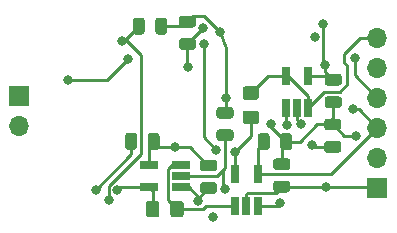
<source format=gbr>
G04 #@! TF.GenerationSoftware,KiCad,Pcbnew,(5.1.7)-1*
G04 #@! TF.CreationDate,2021-02-01T17:00:47-08:00*
G04 #@! TF.ProjectId,Conductivity_Sensor_v2,436f6e64-7563-4746-9976-6974795f5365,rev?*
G04 #@! TF.SameCoordinates,Original*
G04 #@! TF.FileFunction,Copper,L2,Bot*
G04 #@! TF.FilePolarity,Positive*
%FSLAX46Y46*%
G04 Gerber Fmt 4.6, Leading zero omitted, Abs format (unit mm)*
G04 Created by KiCad (PCBNEW (5.1.7)-1) date 2021-02-01 17:00:47*
%MOMM*%
%LPD*%
G01*
G04 APERTURE LIST*
G04 #@! TA.AperFunction,ComponentPad*
%ADD10O,1.700000X1.700000*%
G04 #@! TD*
G04 #@! TA.AperFunction,ComponentPad*
%ADD11R,1.700000X1.700000*%
G04 #@! TD*
G04 #@! TA.AperFunction,SMDPad,CuDef*
%ADD12R,0.650000X1.560000*%
G04 #@! TD*
G04 #@! TA.AperFunction,SMDPad,CuDef*
%ADD13R,1.560000X0.650000*%
G04 #@! TD*
G04 #@! TA.AperFunction,ViaPad*
%ADD14C,0.800000*%
G04 #@! TD*
G04 #@! TA.AperFunction,Conductor*
%ADD15C,0.250000*%
G04 #@! TD*
G04 APERTURE END LIST*
D10*
X144602200Y-54038500D03*
X144602200Y-56578500D03*
X144602200Y-59118500D03*
X144602200Y-61658500D03*
X144602200Y-64198500D03*
D11*
X144602200Y-66738500D03*
G04 #@! TA.AperFunction,SMDPad,CuDef*
G36*
G01*
X136024600Y-66162300D02*
X136974600Y-66162300D01*
G75*
G02*
X137224600Y-66412300I0J-250000D01*
G01*
X137224600Y-66912300D01*
G75*
G02*
X136974600Y-67162300I-250000J0D01*
G01*
X136024600Y-67162300D01*
G75*
G02*
X135774600Y-66912300I0J250000D01*
G01*
X135774600Y-66412300D01*
G75*
G02*
X136024600Y-66162300I250000J0D01*
G01*
G37*
G04 #@! TD.AperFunction*
G04 #@! TA.AperFunction,SMDPad,CuDef*
G36*
G01*
X136024600Y-64262300D02*
X136974600Y-64262300D01*
G75*
G02*
X137224600Y-64512300I0J-250000D01*
G01*
X137224600Y-65012300D01*
G75*
G02*
X136974600Y-65262300I-250000J0D01*
G01*
X136024600Y-65262300D01*
G75*
G02*
X135774600Y-65012300I0J250000D01*
G01*
X135774600Y-64512300D01*
G75*
G02*
X136024600Y-64262300I250000J0D01*
G01*
G37*
G04 #@! TD.AperFunction*
G04 #@! TA.AperFunction,SMDPad,CuDef*
G36*
G01*
X131224000Y-61813900D02*
X132174000Y-61813900D01*
G75*
G02*
X132424000Y-62063900I0J-250000D01*
G01*
X132424000Y-62563900D01*
G75*
G02*
X132174000Y-62813900I-250000J0D01*
G01*
X131224000Y-62813900D01*
G75*
G02*
X130974000Y-62563900I0J250000D01*
G01*
X130974000Y-62063900D01*
G75*
G02*
X131224000Y-61813900I250000J0D01*
G01*
G37*
G04 #@! TD.AperFunction*
G04 #@! TA.AperFunction,SMDPad,CuDef*
G36*
G01*
X131224000Y-59913900D02*
X132174000Y-59913900D01*
G75*
G02*
X132424000Y-60163900I0J-250000D01*
G01*
X132424000Y-60663900D01*
G75*
G02*
X132174000Y-60913900I-250000J0D01*
G01*
X131224000Y-60913900D01*
G75*
G02*
X130974000Y-60663900I0J250000D01*
G01*
X130974000Y-60163900D01*
G75*
G02*
X131224000Y-59913900I250000J0D01*
G01*
G37*
G04 #@! TD.AperFunction*
G04 #@! TA.AperFunction,SMDPad,CuDef*
G36*
G01*
X124899000Y-52598300D02*
X124899000Y-53548300D01*
G75*
G02*
X124649000Y-53798300I-250000J0D01*
G01*
X124149000Y-53798300D01*
G75*
G02*
X123899000Y-53548300I0J250000D01*
G01*
X123899000Y-52598300D01*
G75*
G02*
X124149000Y-52348300I250000J0D01*
G01*
X124649000Y-52348300D01*
G75*
G02*
X124899000Y-52598300I0J-250000D01*
G01*
G37*
G04 #@! TD.AperFunction*
G04 #@! TA.AperFunction,SMDPad,CuDef*
G36*
G01*
X126799000Y-52598300D02*
X126799000Y-53548300D01*
G75*
G02*
X126549000Y-53798300I-250000J0D01*
G01*
X126049000Y-53798300D01*
G75*
G02*
X125799000Y-53548300I0J250000D01*
G01*
X125799000Y-52598300D01*
G75*
G02*
X126049000Y-52348300I250000J0D01*
G01*
X126549000Y-52348300D01*
G75*
G02*
X126799000Y-52598300I0J-250000D01*
G01*
G37*
G04 #@! TD.AperFunction*
G04 #@! TA.AperFunction,SMDPad,CuDef*
G36*
G01*
X141292600Y-61894300D02*
X140342600Y-61894300D01*
G75*
G02*
X140092600Y-61644300I0J250000D01*
G01*
X140092600Y-61144300D01*
G75*
G02*
X140342600Y-60894300I250000J0D01*
G01*
X141292600Y-60894300D01*
G75*
G02*
X141542600Y-61144300I0J-250000D01*
G01*
X141542600Y-61644300D01*
G75*
G02*
X141292600Y-61894300I-250000J0D01*
G01*
G37*
G04 #@! TD.AperFunction*
G04 #@! TA.AperFunction,SMDPad,CuDef*
G36*
G01*
X141292600Y-63794300D02*
X140342600Y-63794300D01*
G75*
G02*
X140092600Y-63544300I0J250000D01*
G01*
X140092600Y-63044300D01*
G75*
G02*
X140342600Y-62794300I250000J0D01*
G01*
X141292600Y-62794300D01*
G75*
G02*
X141542600Y-63044300I0J-250000D01*
G01*
X141542600Y-63544300D01*
G75*
G02*
X141292600Y-63794300I-250000J0D01*
G01*
G37*
G04 #@! TD.AperFunction*
G04 #@! TA.AperFunction,SMDPad,CuDef*
G36*
G01*
X141343400Y-58109700D02*
X140393400Y-58109700D01*
G75*
G02*
X140143400Y-57859700I0J250000D01*
G01*
X140143400Y-57359700D01*
G75*
G02*
X140393400Y-57109700I250000J0D01*
G01*
X141343400Y-57109700D01*
G75*
G02*
X141593400Y-57359700I0J-250000D01*
G01*
X141593400Y-57859700D01*
G75*
G02*
X141343400Y-58109700I-250000J0D01*
G01*
G37*
G04 #@! TD.AperFunction*
G04 #@! TA.AperFunction,SMDPad,CuDef*
G36*
G01*
X141343400Y-60009700D02*
X140393400Y-60009700D01*
G75*
G02*
X140143400Y-59759700I0J250000D01*
G01*
X140143400Y-59259700D01*
G75*
G02*
X140393400Y-59009700I250000J0D01*
G01*
X141343400Y-59009700D01*
G75*
G02*
X141593400Y-59259700I0J-250000D01*
G01*
X141593400Y-59759700D01*
G75*
G02*
X141343400Y-60009700I-250000J0D01*
G01*
G37*
G04 #@! TD.AperFunction*
G04 #@! TA.AperFunction,SMDPad,CuDef*
G36*
G01*
X136380600Y-63327300D02*
X136380600Y-62377300D01*
G75*
G02*
X136630600Y-62127300I250000J0D01*
G01*
X137130600Y-62127300D01*
G75*
G02*
X137380600Y-62377300I0J-250000D01*
G01*
X137380600Y-63327300D01*
G75*
G02*
X137130600Y-63577300I-250000J0D01*
G01*
X136630600Y-63577300D01*
G75*
G02*
X136380600Y-63327300I0J250000D01*
G01*
G37*
G04 #@! TD.AperFunction*
G04 #@! TA.AperFunction,SMDPad,CuDef*
G36*
G01*
X134480600Y-63327300D02*
X134480600Y-62377300D01*
G75*
G02*
X134730600Y-62127300I250000J0D01*
G01*
X135230600Y-62127300D01*
G75*
G02*
X135480600Y-62377300I0J-250000D01*
G01*
X135480600Y-63327300D01*
G75*
G02*
X135230600Y-63577300I-250000J0D01*
G01*
X134730600Y-63577300D01*
G75*
G02*
X134480600Y-63327300I0J250000D01*
G01*
G37*
G04 #@! TD.AperFunction*
G04 #@! TA.AperFunction,SMDPad,CuDef*
G36*
G01*
X125153800Y-63301900D02*
X125153800Y-62351900D01*
G75*
G02*
X125403800Y-62101900I250000J0D01*
G01*
X125903800Y-62101900D01*
G75*
G02*
X126153800Y-62351900I0J-250000D01*
G01*
X126153800Y-63301900D01*
G75*
G02*
X125903800Y-63551900I-250000J0D01*
G01*
X125403800Y-63551900D01*
G75*
G02*
X125153800Y-63301900I0J250000D01*
G01*
G37*
G04 #@! TD.AperFunction*
G04 #@! TA.AperFunction,SMDPad,CuDef*
G36*
G01*
X123253800Y-63301900D02*
X123253800Y-62351900D01*
G75*
G02*
X123503800Y-62101900I250000J0D01*
G01*
X124003800Y-62101900D01*
G75*
G02*
X124253800Y-62351900I0J-250000D01*
G01*
X124253800Y-63301900D01*
G75*
G02*
X124003800Y-63551900I-250000J0D01*
G01*
X123503800Y-63551900D01*
G75*
G02*
X123253800Y-63301900I0J250000D01*
G01*
G37*
G04 #@! TD.AperFunction*
G04 #@! TA.AperFunction,SMDPad,CuDef*
G36*
G01*
X129827000Y-66274100D02*
X130777000Y-66274100D01*
G75*
G02*
X131027000Y-66524100I0J-250000D01*
G01*
X131027000Y-67024100D01*
G75*
G02*
X130777000Y-67274100I-250000J0D01*
G01*
X129827000Y-67274100D01*
G75*
G02*
X129577000Y-67024100I0J250000D01*
G01*
X129577000Y-66524100D01*
G75*
G02*
X129827000Y-66274100I250000J0D01*
G01*
G37*
G04 #@! TD.AperFunction*
G04 #@! TA.AperFunction,SMDPad,CuDef*
G36*
G01*
X129827000Y-64374100D02*
X130777000Y-64374100D01*
G75*
G02*
X131027000Y-64624100I0J-250000D01*
G01*
X131027000Y-65124100D01*
G75*
G02*
X130777000Y-65374100I-250000J0D01*
G01*
X129827000Y-65374100D01*
G75*
G02*
X129577000Y-65124100I0J250000D01*
G01*
X129577000Y-64624100D01*
G75*
G02*
X129827000Y-64374100I250000J0D01*
G01*
G37*
G04 #@! TD.AperFunction*
G04 #@! TA.AperFunction,SMDPad,CuDef*
G36*
G01*
X128049000Y-54097300D02*
X128999000Y-54097300D01*
G75*
G02*
X129249000Y-54347300I0J-250000D01*
G01*
X129249000Y-54847300D01*
G75*
G02*
X128999000Y-55097300I-250000J0D01*
G01*
X128049000Y-55097300D01*
G75*
G02*
X127799000Y-54847300I0J250000D01*
G01*
X127799000Y-54347300D01*
G75*
G02*
X128049000Y-54097300I250000J0D01*
G01*
G37*
G04 #@! TD.AperFunction*
G04 #@! TA.AperFunction,SMDPad,CuDef*
G36*
G01*
X128049000Y-52197300D02*
X128999000Y-52197300D01*
G75*
G02*
X129249000Y-52447300I0J-250000D01*
G01*
X129249000Y-52947300D01*
G75*
G02*
X128999000Y-53197300I-250000J0D01*
G01*
X128049000Y-53197300D01*
G75*
G02*
X127799000Y-52947300I0J250000D01*
G01*
X127799000Y-52447300D01*
G75*
G02*
X128049000Y-52197300I250000J0D01*
G01*
G37*
G04 #@! TD.AperFunction*
D12*
X134462600Y-65587900D03*
X132562600Y-65587900D03*
X132562600Y-68287900D03*
X133512600Y-68287900D03*
X134462600Y-68287900D03*
D10*
X114300000Y-61531500D03*
D11*
X114300000Y-58991500D03*
G04 #@! TA.AperFunction,SMDPad,CuDef*
G36*
G01*
X128202600Y-68117299D02*
X128202600Y-69017301D01*
G75*
G02*
X127952601Y-69267300I-249999J0D01*
G01*
X127302599Y-69267300D01*
G75*
G02*
X127052600Y-69017301I0J249999D01*
G01*
X127052600Y-68117299D01*
G75*
G02*
X127302599Y-67867300I249999J0D01*
G01*
X127952601Y-67867300D01*
G75*
G02*
X128202600Y-68117299I0J-249999D01*
G01*
G37*
G04 #@! TD.AperFunction*
G04 #@! TA.AperFunction,SMDPad,CuDef*
G36*
G01*
X126152600Y-68117299D02*
X126152600Y-69017301D01*
G75*
G02*
X125902601Y-69267300I-249999J0D01*
G01*
X125252599Y-69267300D01*
G75*
G02*
X125002600Y-69017301I0J249999D01*
G01*
X125002600Y-68117299D01*
G75*
G02*
X125252599Y-67867300I249999J0D01*
G01*
X125902601Y-67867300D01*
G75*
G02*
X126152600Y-68117299I0J-249999D01*
G01*
G37*
G04 #@! TD.AperFunction*
G04 #@! TA.AperFunction,SMDPad,CuDef*
G36*
G01*
X133433399Y-58178900D02*
X134333401Y-58178900D01*
G75*
G02*
X134583400Y-58428899I0J-249999D01*
G01*
X134583400Y-59078901D01*
G75*
G02*
X134333401Y-59328900I-249999J0D01*
G01*
X133433399Y-59328900D01*
G75*
G02*
X133183400Y-59078901I0J249999D01*
G01*
X133183400Y-58428899D01*
G75*
G02*
X133433399Y-58178900I249999J0D01*
G01*
G37*
G04 #@! TD.AperFunction*
G04 #@! TA.AperFunction,SMDPad,CuDef*
G36*
G01*
X133433399Y-60228900D02*
X134333401Y-60228900D01*
G75*
G02*
X134583400Y-60478899I0J-249999D01*
G01*
X134583400Y-61128901D01*
G75*
G02*
X134333401Y-61378900I-249999J0D01*
G01*
X133433399Y-61378900D01*
G75*
G02*
X133183400Y-61128901I0J249999D01*
G01*
X133183400Y-60478899D01*
G75*
G02*
X133433399Y-60228900I249999J0D01*
G01*
G37*
G04 #@! TD.AperFunction*
D13*
X127969000Y-64823300D03*
X127969000Y-65773300D03*
X127969000Y-66723300D03*
X125269000Y-66723300D03*
X125269000Y-64823300D03*
D12*
X138745000Y-59985900D03*
X137795000Y-59985900D03*
X136845000Y-59985900D03*
X136845000Y-57285900D03*
X138745000Y-57285900D03*
D14*
X128574510Y-56541510D03*
X127431800Y-63284100D03*
X142519400Y-60109100D03*
X140182600Y-56324500D03*
X129844800Y-53225700D03*
X140030200Y-52870100D03*
X129421253Y-67842290D03*
X120763751Y-66919437D03*
X130708400Y-69225000D03*
X131800600Y-59169300D03*
X139293600Y-53987700D03*
X131318000Y-53581300D03*
X135636000Y-61328300D03*
X142798800Y-62369700D03*
X136982200Y-61429900D03*
X139065000Y-63106300D03*
X132525610Y-63766700D03*
X136372600Y-68059300D03*
X129895600Y-54597300D03*
X130962400Y-63538100D03*
X123012200Y-54292500D03*
X140284200Y-66713100D03*
X131699000Y-66840100D03*
X121869200Y-67779900D03*
X138125200Y-61353700D03*
X122594210Y-66955946D03*
X142671800Y-55765700D03*
X118398400Y-57636300D03*
X123506390Y-55816500D03*
D15*
X128524000Y-56491000D02*
X128574510Y-56541510D01*
X128524000Y-54597300D02*
X128524000Y-56491000D01*
X128712000Y-63284100D02*
X127431800Y-63284100D01*
X130302000Y-64874100D02*
X128712000Y-63284100D01*
X125269000Y-63211700D02*
X125653800Y-62826900D01*
X125269000Y-64823300D02*
X125269000Y-63211700D01*
X126111000Y-63284100D02*
X125653800Y-62826900D01*
X127431800Y-63284100D02*
X126111000Y-63284100D01*
X134462600Y-63370300D02*
X134980600Y-62852300D01*
X134462600Y-65587900D02*
X134462600Y-63370300D01*
X140544600Y-57285900D02*
X140868400Y-57609700D01*
X138745000Y-57285900D02*
X140544600Y-57285900D01*
X143052800Y-60109100D02*
X142519400Y-60109100D01*
X144602200Y-61658500D02*
X143052800Y-60109100D01*
X140182600Y-56923900D02*
X140868400Y-57609700D01*
X140182600Y-56324500D02*
X140182600Y-56923900D01*
X128524000Y-54597300D02*
X128524000Y-54546500D01*
X128524000Y-54546500D02*
X129844800Y-53225700D01*
X140030200Y-56172100D02*
X140182600Y-56324500D01*
X140030200Y-52870100D02*
X140030200Y-56172100D01*
X140672800Y-65587900D02*
X144602200Y-61658500D01*
X134462600Y-65587900D02*
X140672800Y-65587900D01*
X129489200Y-67586900D02*
X130302000Y-66774100D01*
X128625600Y-66723300D02*
X129489200Y-67586900D01*
X127969000Y-66723300D02*
X128625600Y-66723300D01*
X129489200Y-67586900D02*
X129489200Y-67774343D01*
X129489200Y-67774343D02*
X129421253Y-67842290D01*
X136499600Y-63233300D02*
X136880600Y-62852300D01*
X136499600Y-64762300D02*
X136499600Y-63233300D01*
X128148000Y-53073300D02*
X128524000Y-52697300D01*
X126299000Y-53073300D02*
X128148000Y-53073300D01*
X123753800Y-63929388D02*
X120763751Y-66919437D01*
X123753800Y-62826900D02*
X123753800Y-63929388D01*
X131800600Y-60312300D02*
X131699000Y-60413900D01*
X131800600Y-59169300D02*
X131800600Y-60312300D01*
X131800600Y-54927500D02*
X131800600Y-59169300D01*
X140868400Y-60845700D02*
X140690600Y-61023500D01*
X131800600Y-54902100D02*
X131800600Y-54927500D01*
X131318000Y-53581300D02*
X131800600Y-54902100D01*
X129022829Y-52198471D02*
X128524000Y-52697300D01*
X129935171Y-52198471D02*
X129022829Y-52198471D01*
X131318000Y-53581300D02*
X129935171Y-52198471D01*
X135636000Y-61607700D02*
X136880600Y-62852300D01*
X135636000Y-61328300D02*
X135636000Y-61607700D01*
X140868400Y-61343500D02*
X140817600Y-61394300D01*
X140868400Y-60667900D02*
X140868400Y-61343500D01*
X140868400Y-59509700D02*
X140868400Y-60667900D01*
X140868400Y-60667900D02*
X140868400Y-60845700D01*
X138025242Y-62852300D02*
X136880600Y-62852300D01*
X139483242Y-61394300D02*
X138025242Y-62852300D01*
X140817600Y-61394300D02*
X139483242Y-61394300D01*
X141793000Y-62369700D02*
X140817600Y-61394300D01*
X142798800Y-62369700D02*
X141793000Y-62369700D01*
X136845000Y-61292700D02*
X136982200Y-61429900D01*
X136845000Y-59985900D02*
X136845000Y-61292700D01*
X139253000Y-63294300D02*
X139065000Y-63106300D01*
X140817600Y-63294300D02*
X139253000Y-63294300D01*
X133883400Y-60803900D02*
X133883400Y-62408910D01*
X132562600Y-65587900D02*
X132562600Y-63803690D01*
X132562600Y-63803690D02*
X132525610Y-63766700D01*
X133883400Y-62408910D02*
X132525610Y-63766700D01*
X136144000Y-68287900D02*
X136372600Y-68059300D01*
X134462600Y-68287900D02*
X136144000Y-68287900D01*
X127228998Y-64823300D02*
X127969000Y-64823300D01*
X126863999Y-65188299D02*
X127228998Y-64823300D01*
X126863999Y-67803699D02*
X126863999Y-65188299D01*
X127627600Y-68567300D02*
X126863999Y-67803699D01*
X127627600Y-68567300D02*
X129844800Y-68567300D01*
X130124200Y-68287900D02*
X132562600Y-68287900D01*
X129844800Y-68567300D02*
X130124200Y-68287900D01*
X129895600Y-62471300D02*
X130962400Y-63538100D01*
X129895600Y-54597300D02*
X129895600Y-62471300D01*
X133512600Y-67257900D02*
X133512600Y-68287900D01*
X133609371Y-67161129D02*
X133512600Y-67257900D01*
X136000771Y-67161129D02*
X133609371Y-67161129D01*
X136499600Y-66662300D02*
X136000771Y-67161129D01*
X131699000Y-65112900D02*
X131699000Y-62313900D01*
X127969000Y-65773300D02*
X131038600Y-65773300D01*
X123179800Y-54292500D02*
X124399000Y-53073300D01*
X123012200Y-54292500D02*
X123179800Y-54292500D01*
X136550400Y-66713100D02*
X136499600Y-66662300D01*
X140284200Y-66713100D02*
X136550400Y-66713100D01*
X131521200Y-66662300D02*
X131699000Y-66840100D01*
X131521200Y-65290700D02*
X131521200Y-66662300D01*
X131038600Y-65773300D02*
X131521200Y-65290700D01*
X131521200Y-65290700D02*
X131699000Y-65112900D01*
X123012200Y-54292500D02*
X123367800Y-54292500D01*
X123367800Y-54292500D02*
X124231400Y-55156100D01*
X124231400Y-55156100D02*
X124578810Y-55503510D01*
X124578810Y-55503510D02*
X124578810Y-63901890D01*
X121869200Y-66611500D02*
X121869200Y-67779900D01*
X124578810Y-63901890D02*
X121869200Y-66611500D01*
X137795000Y-59985900D02*
X137795000Y-61023500D01*
X137795000Y-61023500D02*
X138125200Y-61353700D01*
X144602200Y-66249696D02*
X144602200Y-66738500D01*
X144576800Y-66713100D02*
X144602200Y-66738500D01*
X140284200Y-66713100D02*
X144576800Y-66713100D01*
X125577600Y-67031900D02*
X125269000Y-66723300D01*
X125577600Y-68567300D02*
X125577600Y-67031900D01*
X122826856Y-66723300D02*
X122594210Y-66955946D01*
X125269000Y-66723300D02*
X122826856Y-66723300D01*
X142671800Y-57188100D02*
X144602200Y-59118500D01*
X142671800Y-55765700D02*
X142671800Y-57188100D01*
X137075000Y-57285900D02*
X136845000Y-57285900D01*
X138745000Y-58955900D02*
X137075000Y-57285900D01*
X138745000Y-59985900D02*
X138745000Y-58955900D01*
X135351400Y-57285900D02*
X133883400Y-58753900D01*
X136845000Y-57285900D02*
X135351400Y-57285900D01*
X138745000Y-59985900D02*
X140086399Y-58644501D01*
X140086399Y-58644501D02*
X141417189Y-58644501D01*
X141417189Y-58644501D02*
X142069391Y-57992299D01*
X142069391Y-57992299D02*
X142069391Y-56414095D01*
X142069391Y-56414095D02*
X141768998Y-56113702D01*
X141768998Y-56113702D02*
X141768998Y-55417698D01*
X141768998Y-55417698D02*
X143148196Y-54038500D01*
X143148196Y-54038500D02*
X144602200Y-54038500D01*
X121686590Y-57636300D02*
X123506390Y-55816500D01*
X118398400Y-57636300D02*
X121686590Y-57636300D01*
M02*

</source>
